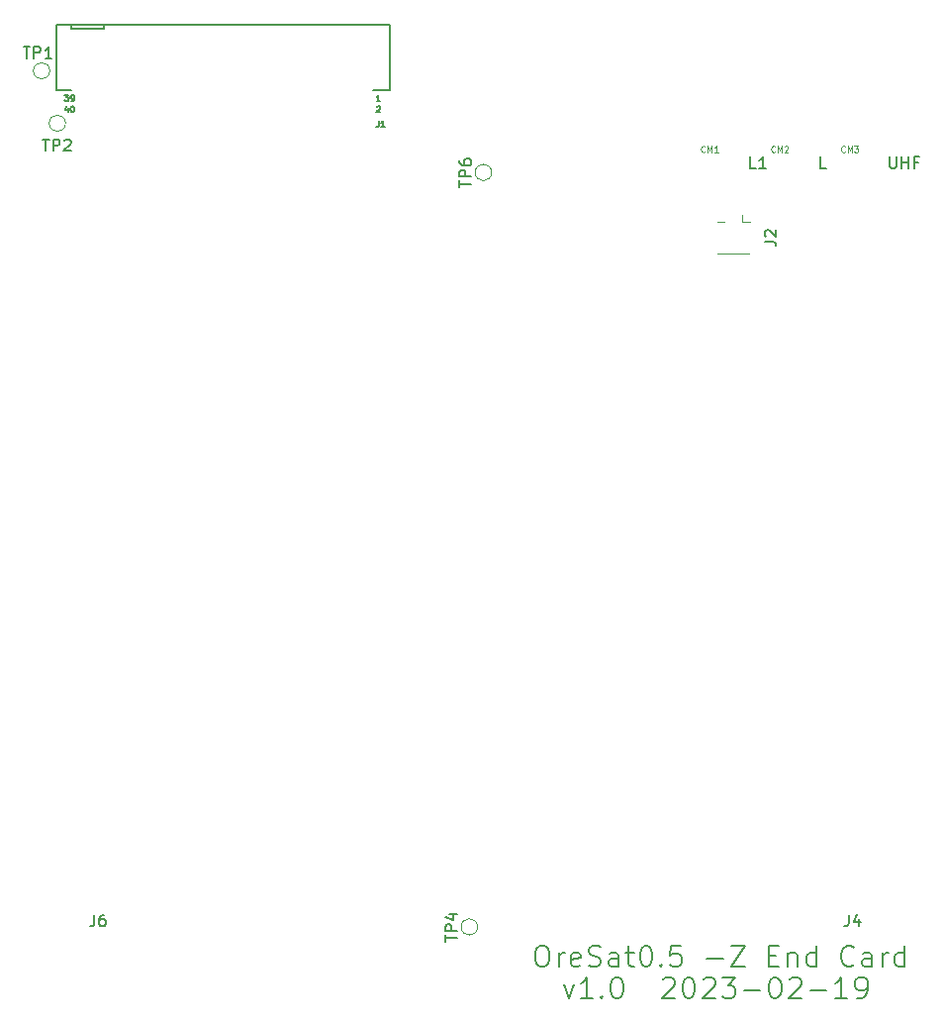
<source format=gbr>
%TF.GenerationSoftware,KiCad,Pcbnew,6.0.11+dfsg-1*%
%TF.CreationDate,2023-02-20T23:54:33-08:00*%
%TF.ProjectId,minusz-end-card-oresat0,6d696e75-737a-42d6-956e-642d63617264,rev?*%
%TF.SameCoordinates,Original*%
%TF.FileFunction,Legend,Top*%
%TF.FilePolarity,Positive*%
%FSLAX46Y46*%
G04 Gerber Fmt 4.6, Leading zero omitted, Abs format (unit mm)*
G04 Created by KiCad (PCBNEW 6.0.11+dfsg-1) date 2023-02-20 23:54:33*
%MOMM*%
%LPD*%
G01*
G04 APERTURE LIST*
G04 Aperture macros list*
%AMHorizOval*
0 Thick line with rounded ends*
0 $1 width*
0 $2 $3 position (X,Y) of the first rounded end (center of the circle)*
0 $4 $5 position (X,Y) of the second rounded end (center of the circle)*
0 Add line between two ends*
20,1,$1,$2,$3,$4,$5,0*
0 Add two circle primitives to create the rounded ends*
1,1,$1,$2,$3*
1,1,$1,$4,$5*%
%AMFreePoly0*
4,1,27,0.429980,2.587373,0.456042,2.542232,0.457200,2.529000,0.457200,0.751000,0.439373,0.702020,0.394232,0.675958,0.381000,0.674800,0.266200,0.674800,0.266200,-0.250000,0.248373,-0.298980,0.203232,-0.325042,0.190000,-0.326200,-0.190000,-0.326200,-0.238980,-0.308373,-0.265042,-0.263232,-0.266200,-0.250000,-0.266200,0.674800,-0.381000,0.674800,-0.429980,0.692627,-0.456042,0.737768,
-0.457200,0.751000,-0.457200,2.529000,-0.439373,2.577980,-0.394232,2.604042,-0.381000,2.605200,0.381000,2.605200,0.429980,2.587373,0.429980,2.587373,$1*%
G04 Aperture macros list end*
%ADD10C,0.200000*%
%ADD11C,0.150000*%
%ADD12C,0.101600*%
%ADD13C,0.127000*%
%ADD14C,0.120000*%
%ADD15C,2.400000*%
%ADD16C,3.000000*%
%ADD17C,5.000000*%
%ADD18FreePoly0,0.000000*%
%ADD19C,1.100000*%
%ADD20O,1.092200X2.057400*%
%ADD21C,2.000000*%
%ADD22R,1.000000X1.050000*%
%ADD23R,1.050000X2.200000*%
%ADD24C,1.600000*%
%ADD25C,3.700000*%
%ADD26HorizOval,1.477000X-0.361186X-0.570237X0.361186X0.570237X0*%
G04 APERTURE END LIST*
D10*
X155987142Y-139714285D02*
X156415714Y-140914285D01*
X156844285Y-139714285D01*
X158472857Y-140914285D02*
X157444285Y-140914285D01*
X157958571Y-140914285D02*
X157958571Y-139114285D01*
X157787142Y-139371428D01*
X157615714Y-139542857D01*
X157444285Y-139628571D01*
X159244285Y-140742857D02*
X159330000Y-140828571D01*
X159244285Y-140914285D01*
X159158571Y-140828571D01*
X159244285Y-140742857D01*
X159244285Y-140914285D01*
X160444285Y-139114285D02*
X160615714Y-139114285D01*
X160787142Y-139200000D01*
X160872857Y-139285714D01*
X160958571Y-139457142D01*
X161044285Y-139800000D01*
X161044285Y-140228571D01*
X160958571Y-140571428D01*
X160872857Y-140742857D01*
X160787142Y-140828571D01*
X160615714Y-140914285D01*
X160444285Y-140914285D01*
X160272857Y-140828571D01*
X160187142Y-140742857D01*
X160101428Y-140571428D01*
X160015714Y-140228571D01*
X160015714Y-139800000D01*
X160101428Y-139457142D01*
X160187142Y-139285714D01*
X160272857Y-139200000D01*
X160444285Y-139114285D01*
X164472857Y-139285714D02*
X164558571Y-139200000D01*
X164730000Y-139114285D01*
X165158571Y-139114285D01*
X165330000Y-139200000D01*
X165415714Y-139285714D01*
X165501428Y-139457142D01*
X165501428Y-139628571D01*
X165415714Y-139885714D01*
X164387142Y-140914285D01*
X165501428Y-140914285D01*
X166615714Y-139114285D02*
X166787142Y-139114285D01*
X166958571Y-139200000D01*
X167044285Y-139285714D01*
X167130000Y-139457142D01*
X167215714Y-139800000D01*
X167215714Y-140228571D01*
X167130000Y-140571428D01*
X167044285Y-140742857D01*
X166958571Y-140828571D01*
X166787142Y-140914285D01*
X166615714Y-140914285D01*
X166444285Y-140828571D01*
X166358571Y-140742857D01*
X166272857Y-140571428D01*
X166187142Y-140228571D01*
X166187142Y-139800000D01*
X166272857Y-139457142D01*
X166358571Y-139285714D01*
X166444285Y-139200000D01*
X166615714Y-139114285D01*
X167901428Y-139285714D02*
X167987142Y-139200000D01*
X168158571Y-139114285D01*
X168587142Y-139114285D01*
X168758571Y-139200000D01*
X168844285Y-139285714D01*
X168930000Y-139457142D01*
X168930000Y-139628571D01*
X168844285Y-139885714D01*
X167815714Y-140914285D01*
X168930000Y-140914285D01*
X169530000Y-139114285D02*
X170644285Y-139114285D01*
X170044285Y-139800000D01*
X170301428Y-139800000D01*
X170472857Y-139885714D01*
X170558571Y-139971428D01*
X170644285Y-140142857D01*
X170644285Y-140571428D01*
X170558571Y-140742857D01*
X170472857Y-140828571D01*
X170301428Y-140914285D01*
X169787142Y-140914285D01*
X169615714Y-140828571D01*
X169530000Y-140742857D01*
X171415714Y-140228571D02*
X172787142Y-140228571D01*
X173987142Y-139114285D02*
X174158571Y-139114285D01*
X174330000Y-139200000D01*
X174415714Y-139285714D01*
X174501428Y-139457142D01*
X174587142Y-139800000D01*
X174587142Y-140228571D01*
X174501428Y-140571428D01*
X174415714Y-140742857D01*
X174330000Y-140828571D01*
X174158571Y-140914285D01*
X173987142Y-140914285D01*
X173815714Y-140828571D01*
X173730000Y-140742857D01*
X173644285Y-140571428D01*
X173558571Y-140228571D01*
X173558571Y-139800000D01*
X173644285Y-139457142D01*
X173730000Y-139285714D01*
X173815714Y-139200000D01*
X173987142Y-139114285D01*
X175272857Y-139285714D02*
X175358571Y-139200000D01*
X175530000Y-139114285D01*
X175958571Y-139114285D01*
X176130000Y-139200000D01*
X176215714Y-139285714D01*
X176301428Y-139457142D01*
X176301428Y-139628571D01*
X176215714Y-139885714D01*
X175187142Y-140914285D01*
X176301428Y-140914285D01*
X177072857Y-140228571D02*
X178444285Y-140228571D01*
X180244285Y-140914285D02*
X179215714Y-140914285D01*
X179730000Y-140914285D02*
X179730000Y-139114285D01*
X179558571Y-139371428D01*
X179387142Y-139542857D01*
X179215714Y-139628571D01*
X181101428Y-140914285D02*
X181444285Y-140914285D01*
X181615714Y-140828571D01*
X181701428Y-140742857D01*
X181872857Y-140485714D01*
X181958571Y-140142857D01*
X181958571Y-139457142D01*
X181872857Y-139285714D01*
X181787142Y-139200000D01*
X181615714Y-139114285D01*
X181272857Y-139114285D01*
X181101428Y-139200000D01*
X181015714Y-139285714D01*
X180930000Y-139457142D01*
X180930000Y-139885714D01*
X181015714Y-140057142D01*
X181101428Y-140142857D01*
X181272857Y-140228571D01*
X181615714Y-140228571D01*
X181787142Y-140142857D01*
X181872857Y-140057142D01*
X181958571Y-139885714D01*
X154001428Y-136414285D02*
X154344285Y-136414285D01*
X154515714Y-136500000D01*
X154687142Y-136671428D01*
X154772857Y-137014285D01*
X154772857Y-137614285D01*
X154687142Y-137957142D01*
X154515714Y-138128571D01*
X154344285Y-138214285D01*
X154001428Y-138214285D01*
X153830000Y-138128571D01*
X153658571Y-137957142D01*
X153572857Y-137614285D01*
X153572857Y-137014285D01*
X153658571Y-136671428D01*
X153830000Y-136500000D01*
X154001428Y-136414285D01*
X155544285Y-138214285D02*
X155544285Y-137014285D01*
X155544285Y-137357142D02*
X155630000Y-137185714D01*
X155715714Y-137100000D01*
X155887142Y-137014285D01*
X156058571Y-137014285D01*
X157344285Y-138128571D02*
X157172857Y-138214285D01*
X156830000Y-138214285D01*
X156658571Y-138128571D01*
X156572857Y-137957142D01*
X156572857Y-137271428D01*
X156658571Y-137100000D01*
X156830000Y-137014285D01*
X157172857Y-137014285D01*
X157344285Y-137100000D01*
X157430000Y-137271428D01*
X157430000Y-137442857D01*
X156572857Y-137614285D01*
X158115714Y-138128571D02*
X158372857Y-138214285D01*
X158801428Y-138214285D01*
X158972857Y-138128571D01*
X159058571Y-138042857D01*
X159144285Y-137871428D01*
X159144285Y-137700000D01*
X159058571Y-137528571D01*
X158972857Y-137442857D01*
X158801428Y-137357142D01*
X158458571Y-137271428D01*
X158287142Y-137185714D01*
X158201428Y-137100000D01*
X158115714Y-136928571D01*
X158115714Y-136757142D01*
X158201428Y-136585714D01*
X158287142Y-136500000D01*
X158458571Y-136414285D01*
X158887142Y-136414285D01*
X159144285Y-136500000D01*
X160687142Y-138214285D02*
X160687142Y-137271428D01*
X160601428Y-137100000D01*
X160430000Y-137014285D01*
X160087142Y-137014285D01*
X159915714Y-137100000D01*
X160687142Y-138128571D02*
X160515714Y-138214285D01*
X160087142Y-138214285D01*
X159915714Y-138128571D01*
X159830000Y-137957142D01*
X159830000Y-137785714D01*
X159915714Y-137614285D01*
X160087142Y-137528571D01*
X160515714Y-137528571D01*
X160687142Y-137442857D01*
X161287142Y-137014285D02*
X161972857Y-137014285D01*
X161544285Y-136414285D02*
X161544285Y-137957142D01*
X161630000Y-138128571D01*
X161801428Y-138214285D01*
X161972857Y-138214285D01*
X162915714Y-136414285D02*
X163087142Y-136414285D01*
X163258571Y-136500000D01*
X163344285Y-136585714D01*
X163430000Y-136757142D01*
X163515714Y-137100000D01*
X163515714Y-137528571D01*
X163430000Y-137871428D01*
X163344285Y-138042857D01*
X163258571Y-138128571D01*
X163087142Y-138214285D01*
X162915714Y-138214285D01*
X162744285Y-138128571D01*
X162658571Y-138042857D01*
X162572857Y-137871428D01*
X162487142Y-137528571D01*
X162487142Y-137100000D01*
X162572857Y-136757142D01*
X162658571Y-136585714D01*
X162744285Y-136500000D01*
X162915714Y-136414285D01*
X164287142Y-138042857D02*
X164372857Y-138128571D01*
X164287142Y-138214285D01*
X164201428Y-138128571D01*
X164287142Y-138042857D01*
X164287142Y-138214285D01*
X166001428Y-136414285D02*
X165144285Y-136414285D01*
X165058571Y-137271428D01*
X165144285Y-137185714D01*
X165315714Y-137100000D01*
X165744285Y-137100000D01*
X165915714Y-137185714D01*
X166001428Y-137271428D01*
X166087142Y-137442857D01*
X166087142Y-137871428D01*
X166001428Y-138042857D01*
X165915714Y-138128571D01*
X165744285Y-138214285D01*
X165315714Y-138214285D01*
X165144285Y-138128571D01*
X165058571Y-138042857D01*
X168230000Y-137528571D02*
X169601428Y-137528571D01*
X170287142Y-136414285D02*
X171487142Y-136414285D01*
X170287142Y-138214285D01*
X171487142Y-138214285D01*
X173544285Y-137271428D02*
X174144285Y-137271428D01*
X174401428Y-138214285D02*
X173544285Y-138214285D01*
X173544285Y-136414285D01*
X174401428Y-136414285D01*
X175172857Y-137014285D02*
X175172857Y-138214285D01*
X175172857Y-137185714D02*
X175258571Y-137100000D01*
X175430000Y-137014285D01*
X175687142Y-137014285D01*
X175858571Y-137100000D01*
X175944285Y-137271428D01*
X175944285Y-138214285D01*
X177572857Y-138214285D02*
X177572857Y-136414285D01*
X177572857Y-138128571D02*
X177401428Y-138214285D01*
X177058571Y-138214285D01*
X176887142Y-138128571D01*
X176801428Y-138042857D01*
X176715714Y-137871428D01*
X176715714Y-137357142D01*
X176801428Y-137185714D01*
X176887142Y-137100000D01*
X177058571Y-137014285D01*
X177401428Y-137014285D01*
X177572857Y-137100000D01*
X180830000Y-138042857D02*
X180744285Y-138128571D01*
X180487142Y-138214285D01*
X180315714Y-138214285D01*
X180058571Y-138128571D01*
X179887142Y-137957142D01*
X179801428Y-137785714D01*
X179715714Y-137442857D01*
X179715714Y-137185714D01*
X179801428Y-136842857D01*
X179887142Y-136671428D01*
X180058571Y-136500000D01*
X180315714Y-136414285D01*
X180487142Y-136414285D01*
X180744285Y-136500000D01*
X180830000Y-136585714D01*
X182372857Y-138214285D02*
X182372857Y-137271428D01*
X182287142Y-137100000D01*
X182115714Y-137014285D01*
X181772857Y-137014285D01*
X181601428Y-137100000D01*
X182372857Y-138128571D02*
X182201428Y-138214285D01*
X181772857Y-138214285D01*
X181601428Y-138128571D01*
X181515714Y-137957142D01*
X181515714Y-137785714D01*
X181601428Y-137614285D01*
X181772857Y-137528571D01*
X182201428Y-137528571D01*
X182372857Y-137442857D01*
X183230000Y-138214285D02*
X183230000Y-137014285D01*
X183230000Y-137357142D02*
X183315714Y-137185714D01*
X183401428Y-137100000D01*
X183572857Y-137014285D01*
X183744285Y-137014285D01*
X185115714Y-138214285D02*
X185115714Y-136414285D01*
X185115714Y-138128571D02*
X184944285Y-138214285D01*
X184601428Y-138214285D01*
X184430000Y-138128571D01*
X184344285Y-138042857D01*
X184258571Y-137871428D01*
X184258571Y-137357142D01*
X184344285Y-137185714D01*
X184430000Y-137100000D01*
X184601428Y-137014285D01*
X184944285Y-137014285D01*
X185115714Y-137100000D01*
D11*
X172433333Y-69952380D02*
X171957142Y-69952380D01*
X171957142Y-68952380D01*
X173290476Y-69952380D02*
X172719047Y-69952380D01*
X173004761Y-69952380D02*
X173004761Y-68952380D01*
X172909523Y-69095238D01*
X172814285Y-69190476D01*
X172719047Y-69238095D01*
X178409523Y-69952380D02*
X177933333Y-69952380D01*
X177933333Y-68952380D01*
X183861904Y-68952380D02*
X183861904Y-69761904D01*
X183909523Y-69857142D01*
X183957142Y-69904761D01*
X184052380Y-69952380D01*
X184242857Y-69952380D01*
X184338095Y-69904761D01*
X184385714Y-69857142D01*
X184433333Y-69761904D01*
X184433333Y-68952380D01*
X184909523Y-69952380D02*
X184909523Y-68952380D01*
X184909523Y-69428571D02*
X185480952Y-69428571D01*
X185480952Y-69952380D02*
X185480952Y-68952380D01*
X186290476Y-69428571D02*
X185957142Y-69428571D01*
X185957142Y-69952380D02*
X185957142Y-68952380D01*
X186433333Y-68952380D01*
D12*
%TO.C,CM2*%
X174054942Y-68512893D02*
X174029542Y-68538293D01*
X173953342Y-68563693D01*
X173902542Y-68563693D01*
X173826342Y-68538293D01*
X173775542Y-68487493D01*
X173750142Y-68436693D01*
X173724742Y-68335093D01*
X173724742Y-68258893D01*
X173750142Y-68157293D01*
X173775542Y-68106493D01*
X173826342Y-68055693D01*
X173902542Y-68030293D01*
X173953342Y-68030293D01*
X174029542Y-68055693D01*
X174054942Y-68081093D01*
X174283542Y-68563693D02*
X174283542Y-68030293D01*
X174461342Y-68411293D01*
X174639142Y-68030293D01*
X174639142Y-68563693D01*
X174867742Y-68081093D02*
X174893142Y-68055693D01*
X174943942Y-68030293D01*
X175070942Y-68030293D01*
X175121742Y-68055693D01*
X175147142Y-68081093D01*
X175172542Y-68131893D01*
X175172542Y-68182693D01*
X175147142Y-68258893D01*
X174842342Y-68563693D01*
X175172542Y-68563693D01*
D11*
%TO.C,TP6*%
X147052382Y-71561897D02*
X147052382Y-70990469D01*
X148052382Y-71276183D02*
X147052382Y-71276183D01*
X148052382Y-70657135D02*
X147052382Y-70657135D01*
X147052382Y-70276183D01*
X147100002Y-70180945D01*
X147147621Y-70133326D01*
X147242859Y-70085707D01*
X147385716Y-70085707D01*
X147480954Y-70133326D01*
X147528573Y-70180945D01*
X147576192Y-70276183D01*
X147576192Y-70657135D01*
X147052382Y-69228564D02*
X147052382Y-69419040D01*
X147100002Y-69514278D01*
X147147621Y-69561897D01*
X147290478Y-69657135D01*
X147480954Y-69704754D01*
X147861906Y-69704754D01*
X147957144Y-69657135D01*
X148004763Y-69609516D01*
X148052382Y-69514278D01*
X148052382Y-69323802D01*
X148004763Y-69228564D01*
X147957144Y-69180945D01*
X147861906Y-69133326D01*
X147623811Y-69133326D01*
X147528573Y-69180945D01*
X147480954Y-69228564D01*
X147433335Y-69323802D01*
X147433335Y-69514278D01*
X147480954Y-69609516D01*
X147528573Y-69657135D01*
X147623811Y-69704754D01*
D12*
%TO.C,CM3*%
X180054942Y-68512893D02*
X180029542Y-68538293D01*
X179953342Y-68563693D01*
X179902542Y-68563693D01*
X179826342Y-68538293D01*
X179775542Y-68487493D01*
X179750142Y-68436693D01*
X179724742Y-68335093D01*
X179724742Y-68258893D01*
X179750142Y-68157293D01*
X179775542Y-68106493D01*
X179826342Y-68055693D01*
X179902542Y-68030293D01*
X179953342Y-68030293D01*
X180029542Y-68055693D01*
X180054942Y-68081093D01*
X180283542Y-68563693D02*
X180283542Y-68030293D01*
X180461342Y-68411293D01*
X180639142Y-68030293D01*
X180639142Y-68563693D01*
X180842342Y-68030293D02*
X181172542Y-68030293D01*
X180994742Y-68233493D01*
X181070942Y-68233493D01*
X181121742Y-68258893D01*
X181147142Y-68284293D01*
X181172542Y-68335093D01*
X181172542Y-68462093D01*
X181147142Y-68512893D01*
X181121742Y-68538293D01*
X181070942Y-68563693D01*
X180918542Y-68563693D01*
X180867742Y-68538293D01*
X180842342Y-68512893D01*
D13*
%TO.C,J1*%
X140149147Y-65910602D02*
X140149147Y-66273459D01*
X140124956Y-66346031D01*
X140076575Y-66394412D01*
X140004004Y-66418602D01*
X139955623Y-66418602D01*
X140657147Y-66418602D02*
X140366861Y-66418602D01*
X140512004Y-66418602D02*
X140512004Y-65910602D01*
X140463623Y-65983173D01*
X140415242Y-66031554D01*
X140366861Y-66055745D01*
X113551718Y-64809935D02*
X113551718Y-65148602D01*
X113430766Y-64616412D02*
X113309813Y-64979269D01*
X113624290Y-64979269D01*
X113914575Y-64640602D02*
X113962956Y-64640602D01*
X114011337Y-64664793D01*
X114035528Y-64688983D01*
X114059718Y-64737364D01*
X114083909Y-64834126D01*
X114083909Y-64955078D01*
X114059718Y-65051840D01*
X114035528Y-65100221D01*
X114011337Y-65124412D01*
X113962956Y-65148602D01*
X113914575Y-65148602D01*
X113866194Y-65124412D01*
X113842004Y-65100221D01*
X113817813Y-65051840D01*
X113793623Y-64955078D01*
X113793623Y-64834126D01*
X113817813Y-64737364D01*
X113842004Y-64688983D01*
X113866194Y-64664793D01*
X113914575Y-64640602D01*
X140270099Y-64196102D02*
X139979813Y-64196102D01*
X140124956Y-64196102D02*
X140124956Y-63688102D01*
X140076575Y-63760673D01*
X140028194Y-63809054D01*
X139979813Y-63833245D01*
X113285623Y-63688102D02*
X113600099Y-63688102D01*
X113430766Y-63881626D01*
X113503337Y-63881626D01*
X113551718Y-63905816D01*
X113575909Y-63930007D01*
X113600099Y-63978388D01*
X113600099Y-64099340D01*
X113575909Y-64147721D01*
X113551718Y-64171912D01*
X113503337Y-64196102D01*
X113358194Y-64196102D01*
X113309813Y-64171912D01*
X113285623Y-64147721D01*
X113842004Y-64196102D02*
X113938766Y-64196102D01*
X113987147Y-64171912D01*
X114011337Y-64147721D01*
X114059718Y-64075150D01*
X114083909Y-63978388D01*
X114083909Y-63784864D01*
X114059718Y-63736483D01*
X114035528Y-63712293D01*
X113987147Y-63688102D01*
X113890385Y-63688102D01*
X113842004Y-63712293D01*
X113817813Y-63736483D01*
X113793623Y-63784864D01*
X113793623Y-63905816D01*
X113817813Y-63954197D01*
X113842004Y-63978388D01*
X113890385Y-64002578D01*
X113987147Y-64002578D01*
X114035528Y-63978388D01*
X114059718Y-63954197D01*
X114083909Y-63905816D01*
X139979813Y-64688983D02*
X140004004Y-64664793D01*
X140052385Y-64640602D01*
X140173337Y-64640602D01*
X140221718Y-64664793D01*
X140245909Y-64688983D01*
X140270099Y-64737364D01*
X140270099Y-64785745D01*
X140245909Y-64858316D01*
X139955623Y-65148602D01*
X140270099Y-65148602D01*
D12*
%TO.C,CM1*%
X168054949Y-68512903D02*
X168029549Y-68538303D01*
X167953349Y-68563703D01*
X167902549Y-68563703D01*
X167826349Y-68538303D01*
X167775549Y-68487503D01*
X167750149Y-68436703D01*
X167724749Y-68335103D01*
X167724749Y-68258903D01*
X167750149Y-68157303D01*
X167775549Y-68106503D01*
X167826349Y-68055703D01*
X167902549Y-68030303D01*
X167953349Y-68030303D01*
X168029549Y-68055703D01*
X168054949Y-68081103D01*
X168283549Y-68563703D02*
X168283549Y-68030303D01*
X168461349Y-68411303D01*
X168639149Y-68030303D01*
X168639149Y-68563703D01*
X169172549Y-68563703D02*
X168867749Y-68563703D01*
X169020149Y-68563703D02*
X169020149Y-68030303D01*
X168969349Y-68106503D01*
X168918549Y-68157303D01*
X168867749Y-68182703D01*
D11*
%TO.C,TP1*%
X109738095Y-59552373D02*
X110309523Y-59552373D01*
X110023809Y-60552373D02*
X110023809Y-59552373D01*
X110642857Y-60552373D02*
X110642857Y-59552373D01*
X111023809Y-59552373D01*
X111119047Y-59599993D01*
X111166666Y-59647612D01*
X111214285Y-59742850D01*
X111214285Y-59885707D01*
X111166666Y-59980945D01*
X111119047Y-60028564D01*
X111023809Y-60076183D01*
X110642857Y-60076183D01*
X112166666Y-60552373D02*
X111595238Y-60552373D01*
X111880952Y-60552373D02*
X111880952Y-59552373D01*
X111785714Y-59695231D01*
X111690476Y-59790469D01*
X111595238Y-59838088D01*
%TO.C,TP4*%
X145852382Y-136061897D02*
X145852382Y-135490469D01*
X146852382Y-135776183D02*
X145852382Y-135776183D01*
X146852382Y-135157135D02*
X145852382Y-135157135D01*
X145852382Y-134776183D01*
X145900002Y-134680945D01*
X145947621Y-134633326D01*
X146042859Y-134585707D01*
X146185716Y-134585707D01*
X146280954Y-134633326D01*
X146328573Y-134680945D01*
X146376192Y-134776183D01*
X146376192Y-135157135D01*
X146185716Y-133728564D02*
X146852382Y-133728564D01*
X145804763Y-133966659D02*
X146519049Y-134204754D01*
X146519049Y-133585707D01*
%TO.C,J6*%
X115805125Y-133752380D02*
X115805125Y-134466666D01*
X115757506Y-134609523D01*
X115662268Y-134704761D01*
X115519411Y-134752380D01*
X115424173Y-134752380D01*
X116709887Y-133752380D02*
X116519411Y-133752380D01*
X116424173Y-133800000D01*
X116376554Y-133847619D01*
X116281316Y-133990476D01*
X116233697Y-134180952D01*
X116233697Y-134561904D01*
X116281316Y-134657142D01*
X116328935Y-134704761D01*
X116424173Y-134752380D01*
X116614649Y-134752380D01*
X116709887Y-134704761D01*
X116757506Y-134657142D01*
X116805125Y-134561904D01*
X116805125Y-134323809D01*
X116757506Y-134228571D01*
X116709887Y-134180952D01*
X116614649Y-134133333D01*
X116424173Y-134133333D01*
X116328935Y-134180952D01*
X116281316Y-134228571D01*
X116233697Y-134323809D01*
%TO.C,J4*%
X180353966Y-133752380D02*
X180353966Y-134466666D01*
X180306347Y-134609523D01*
X180211109Y-134704761D01*
X180068252Y-134752380D01*
X179973014Y-134752380D01*
X181258728Y-134085714D02*
X181258728Y-134752380D01*
X181020633Y-133704761D02*
X180782538Y-134419047D01*
X181401585Y-134419047D01*
%TO.C,J2*%
X173152380Y-76208333D02*
X173866666Y-76208333D01*
X174009523Y-76255952D01*
X174104761Y-76351190D01*
X174152380Y-76494047D01*
X174152380Y-76589285D01*
X173247619Y-75779761D02*
X173200000Y-75732142D01*
X173152380Y-75636904D01*
X173152380Y-75398809D01*
X173200000Y-75303571D01*
X173247619Y-75255952D01*
X173342857Y-75208333D01*
X173438095Y-75208333D01*
X173580952Y-75255952D01*
X174152380Y-75827380D01*
X174152380Y-75208333D01*
%TO.C,TP2*%
X111385997Y-67452380D02*
X111957425Y-67452380D01*
X111671711Y-68452380D02*
X111671711Y-67452380D01*
X112290759Y-68452380D02*
X112290759Y-67452380D01*
X112671711Y-67452380D01*
X112766949Y-67500000D01*
X112814568Y-67547619D01*
X112862187Y-67642857D01*
X112862187Y-67785714D01*
X112814568Y-67880952D01*
X112766949Y-67928571D01*
X112671711Y-67976190D01*
X112290759Y-67976190D01*
X113243140Y-67547619D02*
X113290759Y-67500000D01*
X113385997Y-67452380D01*
X113624092Y-67452380D01*
X113719330Y-67500000D01*
X113766949Y-67547619D01*
X113814568Y-67642857D01*
X113814568Y-67738095D01*
X113766949Y-67880952D01*
X113195521Y-68452380D01*
X113814568Y-68452380D01*
D14*
%TO.C,TP6*%
X149800002Y-70299993D02*
G75*
G03*
X149800002Y-70299993I-700000J0D01*
G01*
D13*
%TO.C,J1*%
X116623002Y-57997293D02*
X116623002Y-57679793D01*
X112559002Y-63267793D02*
X113829002Y-63267793D01*
X113829002Y-57679793D02*
X116623002Y-57679793D01*
X141134002Y-57679793D02*
X141134002Y-63267793D01*
X112559002Y-63267793D02*
X112559002Y-57679793D01*
X113829002Y-57997293D02*
X116623002Y-57997293D01*
X113829002Y-57679793D02*
X113829002Y-57997293D01*
X112559002Y-57679793D02*
X113829002Y-57679793D01*
X139673502Y-63267793D02*
X141134002Y-63267793D01*
X116623002Y-57679793D02*
X141134002Y-57679793D01*
D14*
%TO.C,TP1*%
X112000002Y-61599993D02*
G75*
G03*
X112000002Y-61599993I-700000J0D01*
G01*
%TO.C,TP4*%
X148600002Y-134799993D02*
G75*
G03*
X148600002Y-134799993I-700000J0D01*
G01*
%TO.C,J2*%
X171850000Y-77235000D02*
X169150000Y-77235000D01*
X171900000Y-74515000D02*
X171260000Y-74515000D01*
X171260000Y-74515000D02*
X171260000Y-73885000D01*
X169100000Y-74515000D02*
X169740000Y-74515000D01*
%TO.C,TP2*%
X113347902Y-66087193D02*
G75*
G03*
X113347902Y-66087193I-700000J0D01*
G01*
%TD*%
%LPC*%
D10*
G36*
X180304163Y-129592893D02*
G01*
X178748528Y-131148528D01*
X177400000Y-129800000D01*
X178955635Y-128244365D01*
X180304163Y-129592893D01*
G37*
X180304163Y-129592893D02*
X178748528Y-131148528D01*
X177400000Y-129800000D01*
X178955635Y-128244365D01*
X180304163Y-129592893D01*
D15*
X174918000Y-93682000D02*
X175182000Y-93418000D01*
X185600028Y-96864000D02*
G75*
G03*
X184282000Y-93682000I-4500028J0D01*
G01*
X173600007Y-122376500D02*
G75*
G03*
X175064500Y-125912100I5000093J0D01*
G01*
X192000000Y-131928900D02*
X192000000Y-123471100D01*
X183818000Y-93218000D02*
X184282000Y-93682000D01*
X177028900Y-146899993D02*
G75*
G03*
X180564500Y-145435500I0J5000093D01*
G01*
X191999993Y-123471100D02*
G75*
G03*
X190535500Y-119935500I-5000093J0D01*
G01*
D10*
X181400000Y-70800000D02*
X183600000Y-70800000D01*
X183600000Y-70800000D02*
X183600000Y-69200000D01*
X183600000Y-69200000D02*
X181400000Y-69200000D01*
X181400000Y-69200000D02*
X181400000Y-70800000D01*
G36*
X181400000Y-70800000D02*
G01*
X183600000Y-70800000D01*
X183600000Y-69200000D01*
X181400000Y-69200000D01*
X181400000Y-70800000D01*
G37*
D15*
X182500000Y-90360000D02*
X182500000Y-70200000D01*
X176500000Y-70400000D02*
X176500000Y-90236000D01*
X170500000Y-70400000D02*
X170500000Y-72000000D01*
X173600000Y-96864000D02*
X173600000Y-122376500D01*
X180564500Y-145435500D02*
X190535500Y-135464500D01*
X185600000Y-112928900D02*
X185600000Y-96864000D01*
X174918019Y-93682019D02*
G75*
G03*
X173600000Y-96864000I3181981J-3181981D01*
G01*
X190535505Y-135464505D02*
G75*
G03*
X192000000Y-131928900I-3535605J3535605D01*
G01*
X133574600Y-146900000D02*
X177028900Y-146900000D01*
X175064500Y-125912100D02*
X178300000Y-129150000D01*
X130039116Y-145435484D02*
G75*
G03*
X133574600Y-146900000I3535584J3535484D01*
G01*
X190535500Y-119935500D02*
X187064500Y-116464500D01*
D10*
X175400000Y-70800000D02*
X177600000Y-70800000D01*
X177600000Y-70800000D02*
X177600000Y-69200000D01*
X177600000Y-69200000D02*
X175400000Y-69200000D01*
X175400000Y-69200000D02*
X175400000Y-70800000D01*
G36*
X175400000Y-70800000D02*
G01*
X177600000Y-70800000D01*
X177600000Y-69200000D01*
X175400000Y-69200000D01*
X175400000Y-70800000D01*
G37*
G36*
X119279899Y-133117157D02*
G01*
X117724264Y-134672792D01*
X116375736Y-133324264D01*
X117931371Y-131768629D01*
X119279899Y-133117157D01*
G37*
X119279899Y-133117157D02*
X117724264Y-134672792D01*
X116375736Y-133324264D01*
X117931371Y-131768629D01*
X119279899Y-133117157D01*
D15*
X185600007Y-112928900D02*
G75*
G03*
X187064500Y-116464500I5000093J0D01*
G01*
X182499973Y-90360001D02*
G75*
G03*
X183818000Y-93218000I4108927J162001D01*
G01*
D10*
X169400000Y-73300000D02*
X171600000Y-73300000D01*
X171600000Y-73300000D02*
X171600000Y-71700000D01*
X171600000Y-71700000D02*
X169400000Y-71700000D01*
X169400000Y-71700000D02*
X169400000Y-73300000D01*
G36*
X169400000Y-73300000D02*
G01*
X171600000Y-73300000D01*
X171600000Y-71700000D01*
X169400000Y-71700000D01*
X169400000Y-73300000D01*
G37*
D15*
X118700000Y-134100000D02*
X130039100Y-145435500D01*
X175181981Y-93417981D02*
G75*
G03*
X176500000Y-90236000I-3181981J3181981D01*
G01*
D10*
X169400000Y-70800000D02*
X171600000Y-70800000D01*
X171600000Y-70800000D02*
X171600000Y-69200000D01*
X171600000Y-69200000D02*
X169400000Y-69200000D01*
X169400000Y-69200000D02*
X169400000Y-70800000D01*
G36*
X169400000Y-70800000D02*
G01*
X171600000Y-70800000D01*
X171600000Y-69200000D01*
X169400000Y-69200000D01*
X169400000Y-70800000D01*
G37*
%TO.C,CM2*%
G36*
X179243202Y-67872193D02*
G01*
X177439802Y-67872193D01*
X177439802Y-65814793D01*
X177947802Y-65814793D01*
X177947802Y-61623793D01*
X179243202Y-61623793D01*
X179243202Y-67872193D01*
G37*
G36*
X175052202Y-65814793D02*
G01*
X175560202Y-65814793D01*
X175560202Y-67872193D01*
X173756802Y-67872193D01*
X173756802Y-61623793D01*
X175052202Y-61623793D01*
X175052202Y-65814793D01*
G37*
%TO.C,CM3*%
G36*
X185243202Y-67872193D02*
G01*
X183439802Y-67872193D01*
X183439802Y-65814793D01*
X183947802Y-65814793D01*
X183947802Y-61623793D01*
X185243202Y-61623793D01*
X185243202Y-67872193D01*
G37*
G36*
X181052202Y-65814793D02*
G01*
X181560202Y-65814793D01*
X181560202Y-67872193D01*
X179756802Y-67872193D01*
X179756802Y-61623793D01*
X181052202Y-61623793D01*
X181052202Y-65814793D01*
G37*
%TO.C,PCB1*%
G36*
X198450000Y-63478154D02*
G01*
X198450000Y-143203277D01*
X198431676Y-143342463D01*
X198376688Y-143475216D01*
X198289213Y-143589213D01*
X198175216Y-143676688D01*
X198042463Y-143731676D01*
X197903277Y-143750000D01*
X195650000Y-143750000D01*
X195650000Y-60885562D01*
X198450000Y-63478154D01*
G37*
G36*
X101350000Y-143750000D02*
G01*
X99096723Y-143750000D01*
X98957537Y-143731676D01*
X98824784Y-143676688D01*
X98710787Y-143589213D01*
X98621265Y-143472548D01*
X98550000Y-143206583D01*
X98550000Y-63479289D01*
X101350000Y-60679289D01*
X101350000Y-143750000D01*
G37*
G36*
X182950000Y-151803277D02*
G01*
X182931676Y-151942463D01*
X182876688Y-152075216D01*
X182789213Y-152189213D01*
X182675216Y-152276688D01*
X182542463Y-152331676D01*
X182403277Y-152350000D01*
X114596723Y-152350000D01*
X114457537Y-152331676D01*
X114324784Y-152276688D01*
X114210787Y-152189213D01*
X114121265Y-152072548D01*
X114050000Y-151806583D01*
X114050000Y-149650000D01*
X182950000Y-149650000D01*
X182950000Y-151803277D01*
G37*
%TO.C,CM1*%
G36*
X169052209Y-65814803D02*
G01*
X169560209Y-65814803D01*
X169560209Y-67872203D01*
X167756809Y-67872203D01*
X167756809Y-61623803D01*
X169052209Y-61623803D01*
X169052209Y-65814803D01*
G37*
G36*
X173243209Y-67872203D02*
G01*
X171439809Y-67872203D01*
X171439809Y-65814803D01*
X171947809Y-65814803D01*
X171947809Y-61623803D01*
X173243209Y-61623803D01*
X173243209Y-67872203D01*
G37*
%TO.C,HW1*%
D16*
X187287300Y-131534900D02*
G75*
G03*
X187287300Y-131534900I-1500000J0D01*
G01*
%TO.C,HW3*%
X138912902Y-133834934D02*
G75*
G03*
X138912902Y-133834934I-1500000J0D01*
G01*
%TO.C,HW5*%
X173450274Y-88973620D02*
G75*
G03*
X173450274Y-88973620I-1500000J0D01*
G01*
%TO.C,HW6*%
X126575530Y-88973620D02*
G75*
G03*
X126575530Y-88973620I-1500000J0D01*
G01*
%TO.C,HW2*%
X161112902Y-129233485D02*
G75*
G03*
X161112902Y-129233485I-1500000J0D01*
G01*
%TO.C,HW4*%
X112738459Y-131534934D02*
G75*
G03*
X112738459Y-131534934I-1500000J0D01*
G01*
%TD*%
D17*
%TO.C,REF\u002A\u002A*%
X179512902Y-99005193D03*
%TD*%
%TO.C,REF\u002A\u002A*%
X105512902Y-106005193D03*
%TD*%
D18*
%TO.C,CM2*%
X176500002Y-68419993D03*
%TD*%
D19*
%TO.C,TP6*%
X149100002Y-70299993D03*
%TD*%
D17*
%TO.C,REF\u002A\u002A*%
X191512902Y-99005193D03*
%TD*%
D18*
%TO.C,CM3*%
X182500002Y-68419993D03*
%TD*%
D17*
%TO.C,REF\u002A\u002A*%
X117512902Y-99005193D03*
%TD*%
%TO.C,REF\u002A\u002A*%
X179512902Y-106005193D03*
%TD*%
D20*
%TO.C,J1*%
X138911502Y-63293193D03*
X138911502Y-65528393D03*
X137641502Y-63293193D03*
X137641502Y-65528393D03*
X136371502Y-63293193D03*
X136371502Y-65528393D03*
X135101502Y-63293193D03*
X135101502Y-65528393D03*
X133831502Y-63293193D03*
X133831502Y-65528393D03*
X132561502Y-63293193D03*
X132561502Y-65528393D03*
X131291502Y-63293193D03*
X131291502Y-65528393D03*
X130021502Y-63293193D03*
X130021502Y-65528393D03*
X128751502Y-63293193D03*
X128751502Y-65528393D03*
X127481502Y-63293193D03*
X127481502Y-65528393D03*
X126211502Y-63293193D03*
X126211502Y-65528393D03*
X124941502Y-63293193D03*
X124941502Y-65528393D03*
X123671502Y-63293193D03*
X123671502Y-65528393D03*
X122401502Y-63293193D03*
X122401502Y-65528393D03*
X121131502Y-63293193D03*
X121131502Y-65528393D03*
X119861502Y-63293193D03*
X119861502Y-65528393D03*
X118591502Y-63293193D03*
X118591502Y-65528393D03*
X117321502Y-63293193D03*
X117321502Y-65528393D03*
X116051502Y-63293193D03*
X116051502Y-65528393D03*
X114781502Y-63293193D03*
X114781502Y-65528393D03*
%TD*%
D18*
%TO.C,CM1*%
X170500009Y-68420003D03*
%TD*%
D19*
%TO.C,TP1*%
X111300002Y-61599993D03*
%TD*%
%TO.C,TP4*%
X147900002Y-134799993D03*
%TD*%
D21*
%TO.C,J6*%
X116138459Y-131534934D03*
%TD*%
%TO.C,J4*%
X180687300Y-131534900D03*
%TD*%
D17*
%TO.C,REF\u002A\u002A*%
X117512902Y-106005193D03*
%TD*%
%TO.C,REF\u002A\u002A*%
X105512902Y-99005193D03*
%TD*%
D21*
%TO.C,FID3*%
X191600002Y-63299993D03*
%TD*%
D22*
%TO.C,J2*%
X170500000Y-74350000D03*
D23*
X169025000Y-75875000D03*
X171975000Y-75875000D03*
%TD*%
D17*
%TO.C,REF\u002A\u002A*%
X191512902Y-106005193D03*
%TD*%
D21*
%TO.C,FID1*%
X106600002Y-140299993D03*
%TD*%
D19*
%TO.C,TP2*%
X112647902Y-66087193D03*
%TD*%
D21*
%TO.C,FID2*%
X106600002Y-63299993D03*
%TD*%
D24*
%TO.C,J3*%
X153885002Y-140249993D03*
X143115002Y-140249993D03*
%TD*%
D25*
%TO.C,HW1*%
X185787300Y-131534900D03*
%TD*%
%TO.C,HW3*%
X137412902Y-133834934D03*
%TD*%
%TO.C,HW5*%
X171950274Y-88973620D03*
%TD*%
D24*
%TO.C,CF1*%
X106000002Y-68214993D03*
X106000002Y-78984993D03*
%TD*%
D25*
%TO.C,HW6*%
X125075530Y-88973620D03*
%TD*%
%TO.C,HW2*%
X159612902Y-129233485D03*
%TD*%
%TO.C,HW4*%
X111238459Y-131534934D03*
%TD*%
D24*
%TO.C,J5*%
X143127902Y-64766393D03*
X153897902Y-64766393D03*
%TD*%
D26*
%TO.C,R1*%
X141488200Y-125837710D03*
X143177790Y-126907889D03*
X153822210Y-133650021D03*
X155511800Y-134720200D03*
%TD*%
M02*

</source>
